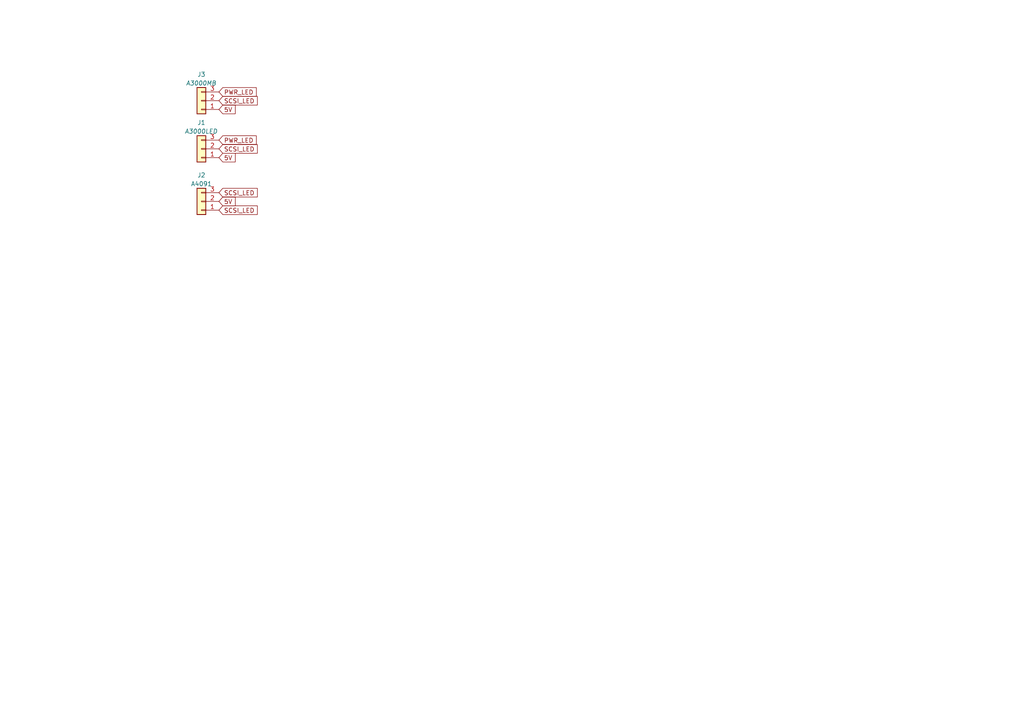
<source format=kicad_sch>
(kicad_sch (version 20230121) (generator eeschema)
  (paper "A4")
  (lib_symbols
    (symbol "4ms_Connector:Conn_01x03" (pin_names (offset 1.016) hide)
      (property "Reference" "J" (at 0 5.08 0))
      (property "Value" "Conn_01x03" (at 0 -5.08 0))
      (symbol "Conn_01x03_1_1"
        (rectangle (start -1.27 -2.413) (end 0 -2.667) (stroke (width 0.1524)))
        (rectangle (start -1.27 0.127) (end 0 -0.127) (stroke (width 0.1524)))
        (rectangle (start -1.27 2.667) (end 0 2.413) (stroke (width 0.1524)))
        (rectangle (start -1.27 3.81) (end 1.27 -3.81) (stroke (width 0.254)) (fill (type background)))
        (pin passive line (at -5.08 2.54 0) (length 3.81) (name "Pin_1") (number "1"))
        (pin passive line (at -5.08 0 0) (length 3.81) (name "Pin_2") (number "2"))
        (pin passive line (at -5.08 -2.54 0) (length 3.81) (name "Pin_3") (number "3"))
      )
    )
  )
  (global_label "5V" (shape input) (at 63.5 31.75 0) (property "Intersheetrefs" "${INTERSHEET_REFS}" (effects hide)))
  (global_label "SCSI_LED" (shape input) (at 63.5 29.21 0) (property "Intersheetrefs" "${INTERSHEET_REFS}" (effects hide)))
  (global_label "SCSI_LED" (shape input) (at 63.5 55.88 0) (property "Intersheetrefs" "${INTERSHEET_REFS}" (effects hide)))
  (global_label "SCSI_LED" (shape input) (at 63.5 60.96 0) (property "Intersheetrefs" "${INTERSHEET_REFS}" (effects hide)))
  (global_label "SCSI_LED" (shape input) (at 63.5 43.18 0) (property "Intersheetrefs" "${INTERSHEET_REFS}" (effects hide)))
  (global_label "5V" (shape input) (at 63.5 58.42 0) (property "Intersheetrefs" "${INTERSHEET_REFS}" (effects hide)))
  (global_label "PWR_LED" (shape input) (at 63.5 26.67 0) (property "Intersheetrefs" "${INTERSHEET_REFS}" (effects hide)))
  (global_label "5V" (shape input) (at 63.5 45.72 0) (property "Intersheetrefs" "${INTERSHEET_REFS}" (effects hide)))
  (global_label "PWR_LED" (shape input) (at 63.5 40.64 0) (property "Intersheetrefs" "${INTERSHEET_REFS}" (effects hide)))
  (symbol (lib_id "4ms_Connector:Conn_01x03") (at 58.42 29.21 180) (unit 1)
    (property "Reference" "J3" (at 58.42 21.59 0))
    (property "Value" "A3000MB" (at 58.42 24.13 0) (effects (font italic)))
    (property "Footprint" "4ms_Connector:Pins_1x03_2.54mm_TH_AudioInsRGndL" (effects hide))
    (property "Specifications" "HEADER 1x3 MALE PINS 0.100” 180deg" (effects hide))
    (property "Manufacturer" "TAD" (effects hide))
    (property "Part Number" "1-0301FBV0T" (effects hide))
  )
  (symbol (lib_id "4ms_Connector:Conn_01x03") (at 58.42 58.42 180) (unit 1)
    (property "Reference" "J2" (at 58.42 50.8 0))
    (property "Value" "A4091" (at 58.42 53.34 0))
    (property "Footprint" "4ms_Connector:Pins_1x03_2.54mm_TH_AudioInsRGndL" (effects hide))
    (property "Specifications" "HEADER 1x3 MALE PINS 0.100” 180deg" (effects hide))
    (property "Manufacturer" "TAD" (effects hide))
    (property "Part Number" "1-0301FBV0T" (effects hide))
  )
  (symbol (lib_id "4ms_Connector:Conn_01x03") (at 58.42 43.18 180) (unit 1)
    (property "Reference" "J1" (at 58.42 35.56 0))
    (property "Value" "A3000LED" (at 58.42 38.1 0) (effects (font italic)))
    (property "Footprint" "4ms_Connector:Pins_1x03_2.54mm_TH_AudioInsRGndL" (effects hide))
    (property "Specifications" "HEADER 1x3 MALE PINS 0.100” 180deg" (effects hide))
    (property "Manufacturer" "TAD" (effects hide))
    (property "Part Number" "1-0301FBV0T" (effects hide))
  )
)
</source>
